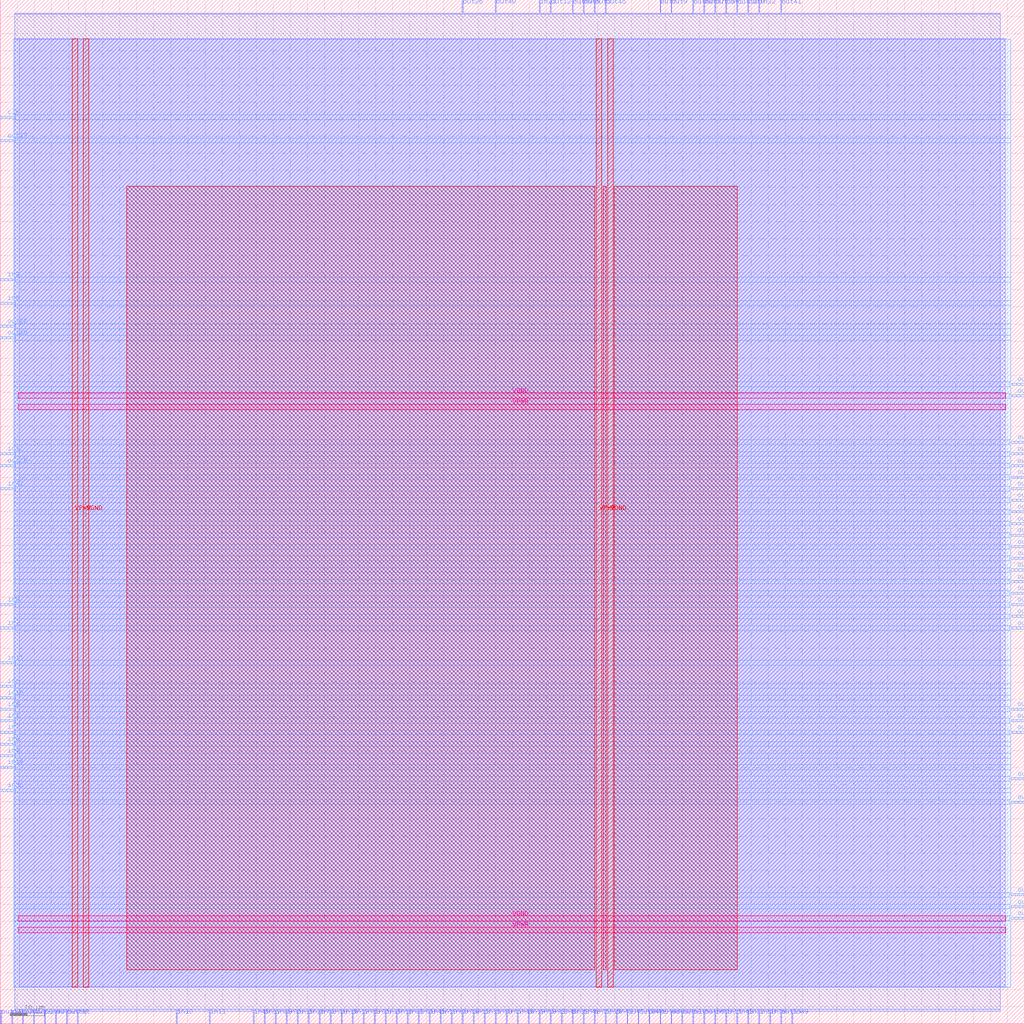
<source format=lef>
VERSION 5.7 ;
  NOWIREEXTENSIONATPIN ON ;
  DIVIDERCHAR "/" ;
  BUSBITCHARS "[]" ;
MACRO netlist_1
  CLASS BLOCK ;
  FOREIGN netlist_1 ;
  ORIGIN 0.000 0.000 ;
  SIZE 300.000 BY 300.000 ;
  PIN VGND
    DIRECTION INOUT ;
    USE GROUND ;
    PORT
      LAYER met4 ;
        RECT 24.340 10.640 25.940 288.560 ;
    END
    PORT
      LAYER met4 ;
        RECT 177.940 10.640 179.540 288.560 ;
    END
    PORT
      LAYER met5 ;
        RECT 5.280 30.030 294.640 31.630 ;
    END
    PORT
      LAYER met5 ;
        RECT 5.280 183.210 294.640 184.810 ;
    END
  END VGND
  PIN VPWR
    DIRECTION INOUT ;
    USE POWER ;
    PORT
      LAYER met4 ;
        RECT 21.040 10.640 22.640 288.560 ;
    END
    PORT
      LAYER met4 ;
        RECT 174.640 10.640 176.240 288.560 ;
    END
    PORT
      LAYER met5 ;
        RECT 5.280 26.730 294.640 28.330 ;
    END
    PORT
      LAYER met5 ;
        RECT 5.280 179.910 294.640 181.510 ;
    END
  END VPWR
  PIN clk
    DIRECTION INPUT ;
    USE SIGNAL ;
    ANTENNAGATEAREA 0.852000 ;
    ANTENNADIFFAREA 0.434700 ;
    PORT
      LAYER met3 ;
        RECT 0.000 265.240 4.000 265.840 ;
    END
  END clk
  PIN in0
    DIRECTION INPUT ;
    USE SIGNAL ;
    ANTENNAGATEAREA 0.196500 ;
    ANTENNADIFFAREA 0.434700 ;
    PORT
      LAYER met3 ;
        RECT 0.000 98.640 4.000 99.240 ;
    END
  END in0
  PIN in1
    DIRECTION INPUT ;
    USE SIGNAL ;
    ANTENNAGATEAREA 0.196500 ;
    ANTENNADIFFAREA 0.434700 ;
    PORT
      LAYER met3 ;
        RECT 0.000 88.440 4.000 89.040 ;
    END
  END in1
  PIN in10
    DIRECTION INPUT ;
    USE SIGNAL ;
    ANTENNAGATEAREA 0.426000 ;
    ANTENNADIFFAREA 0.434700 ;
    PORT
      LAYER met2 ;
        RECT 51.610 0.000 51.890 4.000 ;
    END
  END in10
  PIN in11
    DIRECTION INPUT ;
    USE SIGNAL ;
    ANTENNAGATEAREA 0.213000 ;
    ANTENNADIFFAREA 0.434700 ;
    PORT
      LAYER met2 ;
        RECT 61.270 0.000 61.550 4.000 ;
    END
  END in11
  PIN in12
    DIRECTION INPUT ;
    USE SIGNAL ;
    ANTENNAGATEAREA 0.126000 ;
    ANTENNADIFFAREA 0.434700 ;
    PORT
      LAYER met2 ;
        RECT 173.970 0.000 174.250 4.000 ;
    END
  END in12
  PIN in13
    DIRECTION INPUT ;
    USE SIGNAL ;
    ANTENNAGATEAREA 0.213000 ;
    ANTENNADIFFAREA 0.434700 ;
    PORT
      LAYER met3 ;
        RECT 0.000 166.640 4.000 167.240 ;
    END
  END in13
  PIN in14
    DIRECTION INPUT ;
    USE SIGNAL ;
    ANTENNAGATEAREA 0.213000 ;
    ANTENNADIFFAREA 0.434700 ;
    PORT
      LAYER met3 ;
        RECT 0.000 74.840 4.000 75.440 ;
    END
  END in14
  PIN in15
    DIRECTION INPUT ;
    USE SIGNAL ;
    ANTENNAGATEAREA 0.196500 ;
    ANTENNADIFFAREA 0.434700 ;
    PORT
      LAYER met3 ;
        RECT 0.000 105.440 4.000 106.040 ;
    END
  END in15
  PIN in16
    DIRECTION INPUT ;
    USE SIGNAL ;
    ANTENNAGATEAREA 0.196500 ;
    ANTENNADIFFAREA 0.434700 ;
    PORT
      LAYER met2 ;
        RECT 96.690 0.000 96.970 4.000 ;
    END
  END in16
  PIN in17
    DIRECTION INPUT ;
    USE SIGNAL ;
    ANTENNAGATEAREA 0.213000 ;
    ANTENNADIFFAREA 0.434700 ;
    PORT
      LAYER met2 ;
        RECT 103.130 0.000 103.410 4.000 ;
    END
  END in17
  PIN in18
    DIRECTION INPUT ;
    USE SIGNAL ;
    ANTENNAGATEAREA 0.196500 ;
    ANTENNADIFFAREA 0.434700 ;
    PORT
      LAYER met3 ;
        RECT 0.000 95.240 4.000 95.840 ;
    END
  END in18
  PIN in19
    DIRECTION INPUT ;
    USE SIGNAL ;
    ANTENNAGATEAREA 0.213000 ;
    ANTENNADIFFAREA 0.434700 ;
    PORT
      LAYER met2 ;
        RECT 225.490 0.000 225.770 4.000 ;
    END
  END in19
  PIN in2
    DIRECTION INPUT ;
    USE SIGNAL ;
    ANTENNAGATEAREA 0.247500 ;
    ANTENNADIFFAREA 0.434700 ;
    PORT
      LAYER met3 ;
        RECT 0.000 115.640 4.000 116.240 ;
    END
  END in2
  PIN in20
    DIRECTION INPUT ;
    USE SIGNAL ;
    ANTENNAGATEAREA 0.196500 ;
    ANTENNADIFFAREA 0.434700 ;
    PORT
      LAYER met2 ;
        RECT 112.790 0.000 113.070 4.000 ;
    END
  END in20
  PIN in21
    DIRECTION INPUT ;
    USE SIGNAL ;
    ANTENNAGATEAREA 0.213000 ;
    ANTENNADIFFAREA 0.434700 ;
    PORT
      LAYER met2 ;
        RECT 119.230 0.000 119.510 4.000 ;
    END
  END in21
  PIN in22
    DIRECTION INPUT ;
    USE SIGNAL ;
    ANTENNAGATEAREA 0.196500 ;
    ANTENNADIFFAREA 0.434700 ;
    PORT
      LAYER met2 ;
        RECT 167.530 0.000 167.810 4.000 ;
    END
  END in22
  PIN in23
    DIRECTION INPUT ;
    USE SIGNAL ;
    ANTENNAGATEAREA 0.247500 ;
    ANTENNADIFFAREA 0.434700 ;
    PORT
      LAYER met2 ;
        RECT 157.870 296.000 158.150 300.000 ;
    END
  END in23
  PIN in24
    DIRECTION INPUT ;
    USE SIGNAL ;
    ANTENNAGATEAREA 0.196500 ;
    ANTENNADIFFAREA 0.434700 ;
    PORT
      LAYER met2 ;
        RECT 177.190 0.000 177.470 4.000 ;
    END
  END in24
  PIN in25
    DIRECTION INPUT ;
    USE SIGNAL ;
    ANTENNAGATEAREA 0.159000 ;
    ANTENNADIFFAREA 0.434700 ;
    PORT
      LAYER met2 ;
        RECT 109.570 0.000 109.850 4.000 ;
    END
  END in25
  PIN in26
    DIRECTION INPUT ;
    USE SIGNAL ;
    ANTENNAGATEAREA 0.196500 ;
    ANTENNADIFFAREA 0.434700 ;
    PORT
      LAYER met2 ;
        RECT 90.250 0.000 90.530 4.000 ;
    END
  END in26
  PIN in27
    DIRECTION INPUT ;
    USE SIGNAL ;
    ANTENNAGATEAREA 0.247500 ;
    ANTENNADIFFAREA 0.434700 ;
    PORT
      LAYER met2 ;
        RECT 219.050 0.000 219.330 4.000 ;
    END
  END in27
  PIN in28
    DIRECTION INPUT ;
    USE SIGNAL ;
    ANTENNAGATEAREA 0.159000 ;
    ANTENNADIFFAREA 0.434700 ;
    PORT
      LAYER met2 ;
        RECT 122.450 0.000 122.730 4.000 ;
    END
  END in28
  PIN in29
    DIRECTION INPUT ;
    USE SIGNAL ;
    ANTENNAGATEAREA 0.213000 ;
    ANTENNADIFFAREA 0.434700 ;
    PORT
      LAYER met2 ;
        RECT 80.590 0.000 80.870 4.000 ;
    END
  END in29
  PIN in3
    DIRECTION INPUT ;
    USE SIGNAL ;
    ANTENNAGATEAREA 0.159000 ;
    ANTENNADIFFAREA 0.434700 ;
    PORT
      LAYER met3 ;
        RECT 0.000 217.640 4.000 218.240 ;
    END
  END in3
  PIN in30
    DIRECTION INPUT ;
    USE SIGNAL ;
    ANTENNAGATEAREA 0.126000 ;
    ANTENNADIFFAREA 0.434700 ;
    PORT
      LAYER met2 ;
        RECT 87.030 0.000 87.310 4.000 ;
    END
  END in30
  PIN in31
    DIRECTION INPUT ;
    USE SIGNAL ;
    ANTENNAGATEAREA 0.196500 ;
    ANTENNADIFFAREA 0.434700 ;
    PORT
      LAYER met2 ;
        RECT 141.770 0.000 142.050 4.000 ;
    END
  END in31
  PIN in32
    DIRECTION INPUT ;
    USE SIGNAL ;
    ANTENNAGATEAREA 0.247500 ;
    ANTENNADIFFAREA 0.434700 ;
    PORT
      LAYER met2 ;
        RECT 222.270 296.000 222.550 300.000 ;
    END
  END in32
  PIN in33
    DIRECTION INPUT ;
    USE SIGNAL ;
    ANTENNAGATEAREA 0.159000 ;
    ANTENNADIFFAREA 0.434700 ;
    PORT
      LAYER met2 ;
        RECT 106.350 0.000 106.630 4.000 ;
    END
  END in33
  PIN in34
    DIRECTION INPUT ;
    USE SIGNAL ;
    ANTENNAGATEAREA 0.213000 ;
    ANTENNADIFFAREA 0.434700 ;
    PORT
      LAYER met2 ;
        RECT 99.910 0.000 100.190 4.000 ;
    END
  END in34
  PIN in35
    DIRECTION INPUT ;
    USE SIGNAL ;
    ANTENNAGATEAREA 0.196500 ;
    ANTENNADIFFAREA 0.434700 ;
    PORT
      LAYER met2 ;
        RECT 83.810 0.000 84.090 4.000 ;
    END
  END in35
  PIN in36
    DIRECTION INPUT ;
    USE SIGNAL ;
    ANTENNAGATEAREA 0.196500 ;
    ANTENNADIFFAREA 0.434700 ;
    PORT
      LAYER met3 ;
        RECT 0.000 68.040 4.000 68.640 ;
    END
  END in36
  PIN in37
    DIRECTION INPUT ;
    USE SIGNAL ;
    ANTENNAGATEAREA 0.196500 ;
    ANTENNADIFFAREA 0.434700 ;
    PORT
      LAYER met2 ;
        RECT 77.370 0.000 77.650 4.000 ;
    END
  END in37
  PIN in38
    DIRECTION INPUT ;
    USE SIGNAL ;
    ANTENNAGATEAREA 0.196500 ;
    ANTENNADIFFAREA 0.434700 ;
    PORT
      LAYER met2 ;
        RECT 144.990 0.000 145.270 4.000 ;
    END
  END in38
  PIN in39
    DIRECTION INPUT ;
    USE SIGNAL ;
    ANTENNAGATEAREA 0.213000 ;
    ANTENNADIFFAREA 0.434700 ;
    PORT
      LAYER met2 ;
        RECT 154.650 0.000 154.930 4.000 ;
    END
  END in39
  PIN in4
    DIRECTION INPUT ;
    USE SIGNAL ;
    ANTENNAGATEAREA 0.196500 ;
    ANTENNADIFFAREA 0.434700 ;
    PORT
      LAYER met3 ;
        RECT 0.000 78.240 4.000 78.840 ;
    END
  END in4
  PIN in40
    DIRECTION INPUT ;
    USE SIGNAL ;
    ANTENNAGATEAREA 0.213000 ;
    ANTENNADIFFAREA 0.434700 ;
    PORT
      LAYER met2 ;
        RECT 74.150 0.000 74.430 4.000 ;
    END
  END in40
  PIN in41
    DIRECTION INPUT ;
    USE SIGNAL ;
    ANTENNAGATEAREA 0.196500 ;
    ANTENNADIFFAREA 0.434700 ;
    PORT
      LAYER met3 ;
        RECT 0.000 156.440 4.000 157.040 ;
    END
  END in41
  PIN in42
    DIRECTION INPUT ;
    USE SIGNAL ;
    ANTENNAGATEAREA 0.196500 ;
    ANTENNADIFFAREA 0.434700 ;
    PORT
      LAYER met2 ;
        RECT 180.410 0.000 180.690 4.000 ;
    END
  END in42
  PIN in43
    DIRECTION INPUT ;
    USE SIGNAL ;
    ANTENNAGATEAREA 0.247500 ;
    ANTENNADIFFAREA 0.434700 ;
    PORT
      LAYER met2 ;
        RECT 215.830 0.000 216.110 4.000 ;
    END
  END in43
  PIN in44
    DIRECTION INPUT ;
    USE SIGNAL ;
    ANTENNAGATEAREA 0.196500 ;
    ANTENNADIFFAREA 0.434700 ;
    PORT
      LAYER met2 ;
        RECT 151.430 0.000 151.710 4.000 ;
    END
  END in44
  PIN in45
    DIRECTION INPUT ;
    USE SIGNAL ;
    ANTENNAGATEAREA 0.196500 ;
    ANTENNADIFFAREA 0.434700 ;
    PORT
      LAYER met2 ;
        RECT 125.670 0.000 125.950 4.000 ;
    END
  END in45
  PIN in46
    DIRECTION INPUT ;
    USE SIGNAL ;
    ANTENNAGATEAREA 0.196500 ;
    ANTENNADIFFAREA 0.434700 ;
    PORT
      LAYER met2 ;
        RECT 190.070 0.000 190.350 4.000 ;
    END
  END in46
  PIN in47
    DIRECTION INPUT ;
    USE SIGNAL ;
    ANTENNAGATEAREA 0.213000 ;
    ANTENNADIFFAREA 0.434700 ;
    PORT
      LAYER met2 ;
        RECT 170.750 0.000 171.030 4.000 ;
    END
  END in47
  PIN in48
    DIRECTION INPUT ;
    USE SIGNAL ;
    ANTENNAGATEAREA 0.213000 ;
    ANTENNADIFFAREA 0.434700 ;
    PORT
      LAYER met2 ;
        RECT 164.310 0.000 164.590 4.000 ;
    END
  END in48
  PIN in49
    DIRECTION INPUT ;
    USE SIGNAL ;
    ANTENNAGATEAREA 0.196500 ;
    ANTENNADIFFAREA 0.434700 ;
    PORT
      LAYER met2 ;
        RECT 231.930 0.000 232.210 4.000 ;
    END
  END in49
  PIN in5
    DIRECTION INPUT ;
    USE SIGNAL ;
    ANTENNAGATEAREA 0.247500 ;
    ANTENNADIFFAREA 0.434700 ;
    PORT
      LAYER met3 ;
        RECT 0.000 210.840 4.000 211.440 ;
    END
  END in5
  PIN in50
    DIRECTION INPUT ;
    USE SIGNAL ;
    ANTENNAGATEAREA 0.159000 ;
    ANTENNADIFFAREA 0.434700 ;
    PORT
      LAYER met2 ;
        RECT 128.890 0.000 129.170 4.000 ;
    END
  END in50
  PIN in51
    DIRECTION INPUT ;
    USE SIGNAL ;
    ANTENNAGATEAREA 0.196500 ;
    ANTENNADIFFAREA 0.434700 ;
    PORT
      LAYER met2 ;
        RECT 212.610 0.000 212.890 4.000 ;
    END
  END in51
  PIN in52
    DIRECTION INPUT ;
    USE SIGNAL ;
    ANTENNAGATEAREA 0.196500 ;
    ANTENNADIFFAREA 0.434700 ;
    PORT
      LAYER met2 ;
        RECT 93.470 0.000 93.750 4.000 ;
    END
  END in52
  PIN in53
    DIRECTION INPUT ;
    USE SIGNAL ;
    ANTENNAGATEAREA 0.213000 ;
    ANTENNADIFFAREA 0.434700 ;
    PORT
      LAYER met2 ;
        RECT 138.550 0.000 138.830 4.000 ;
    END
  END in53
  PIN in54
    DIRECTION INPUT ;
    USE SIGNAL ;
    ANTENNAGATEAREA 0.126000 ;
    ANTENNADIFFAREA 0.434700 ;
    PORT
      LAYER met2 ;
        RECT 135.330 0.000 135.610 4.000 ;
    END
  END in54
  PIN in55
    DIRECTION INPUT ;
    USE SIGNAL ;
    ANTENNAGATEAREA 0.247500 ;
    ANTENNADIFFAREA 0.434700 ;
    PORT
      LAYER met2 ;
        RECT 209.390 0.000 209.670 4.000 ;
    END
  END in55
  PIN in56
    DIRECTION INPUT ;
    USE SIGNAL ;
    ANTENNAGATEAREA 0.196500 ;
    ANTENNADIFFAREA 0.434700 ;
    PORT
      LAYER met2 ;
        RECT 116.010 0.000 116.290 4.000 ;
    END
  END in56
  PIN in57
    DIRECTION INPUT ;
    USE SIGNAL ;
    ANTENNAGATEAREA 0.213000 ;
    ANTENNADIFFAREA 0.434700 ;
    PORT
      LAYER met2 ;
        RECT 148.210 0.000 148.490 4.000 ;
    END
  END in57
  PIN in58
    DIRECTION INPUT ;
    USE SIGNAL ;
    ANTENNAGATEAREA 0.213000 ;
    ANTENNADIFFAREA 0.434700 ;
    PORT
      LAYER met2 ;
        RECT 222.270 0.000 222.550 4.000 ;
    END
  END in58
  PIN in59
    DIRECTION INPUT ;
    USE SIGNAL ;
    ANTENNAGATEAREA 0.213000 ;
    ANTENNADIFFAREA 0.434700 ;
    PORT
      LAYER met2 ;
        RECT 157.870 0.000 158.150 4.000 ;
    END
  END in59
  PIN in6
    DIRECTION INPUT ;
    USE SIGNAL ;
    ANTENNAGATEAREA 0.196500 ;
    ANTENNADIFFAREA 0.434700 ;
    PORT
      LAYER met3 ;
        RECT 0.000 91.840 4.000 92.440 ;
    END
  END in6
  PIN in60
    DIRECTION INPUT ;
    USE SIGNAL ;
    ANTENNAGATEAREA 0.126000 ;
    ANTENNADIFFAREA 0.434700 ;
    PORT
      LAYER met2 ;
        RECT 132.110 0.000 132.390 4.000 ;
    END
  END in60
  PIN in61
    DIRECTION INPUT ;
    USE SIGNAL ;
    ANTENNAGATEAREA 0.196500 ;
    ANTENNADIFFAREA 0.434700 ;
    PORT
      LAYER met2 ;
        RECT 161.090 0.000 161.370 4.000 ;
    END
  END in61
  PIN in7
    DIRECTION INPUT ;
    USE SIGNAL ;
    ANTENNAGATEAREA 0.196500 ;
    ANTENNADIFFAREA 0.434700 ;
    PORT
      LAYER met3 ;
        RECT 0.000 85.040 4.000 85.640 ;
    END
  END in7
  PIN in8
    DIRECTION INPUT ;
    USE SIGNAL ;
    ANTENNAGATEAREA 0.196500 ;
    ANTENNADIFFAREA 0.434700 ;
    PORT
      LAYER met3 ;
        RECT 0.000 81.640 4.000 82.240 ;
    END
  END in8
  PIN in9
    DIRECTION INPUT ;
    USE SIGNAL ;
    ANTENNAGATEAREA 0.213000 ;
    ANTENNADIFFAREA 0.434700 ;
    PORT
      LAYER met3 ;
        RECT 0.000 122.440 4.000 123.040 ;
    END
  END in9
  PIN out0
    DIRECTION OUTPUT ;
    USE SIGNAL ;
    ANTENNADIFFAREA 0.795200 ;
    PORT
      LAYER met2 ;
        RECT 219.050 296.000 219.330 300.000 ;
    END
  END out0
  PIN out1
    DIRECTION OUTPUT ;
    USE SIGNAL ;
    ANTENNADIFFAREA 0.795200 ;
    PORT
      LAYER met2 ;
        RECT 212.610 296.000 212.890 300.000 ;
    END
  END out1
  PIN out10
    DIRECTION OUTPUT ;
    USE SIGNAL ;
    ANTENNADIFFAREA 0.445500 ;
    PORT
      LAYER met3 ;
        RECT 296.000 170.040 300.000 170.640 ;
    END
  END out10
  PIN out11
    DIRECTION OUTPUT ;
    USE SIGNAL ;
    ANTENNADIFFAREA 0.445500 ;
    PORT
      LAYER met3 ;
        RECT 296.000 139.440 300.000 140.040 ;
    END
  END out11
  PIN out12
    DIRECTION OUTPUT ;
    USE SIGNAL ;
    ANTENNADIFFAREA 0.795200 ;
    PORT
      LAYER met2 ;
        RECT 161.090 296.000 161.370 300.000 ;
    END
  END out12
  PIN out13
    DIRECTION OUTPUT ;
    USE SIGNAL ;
    ANTENNADIFFAREA 0.445500 ;
    PORT
      LAYER met2 ;
        RECT 228.710 0.000 228.990 4.000 ;
    END
  END out13
  PIN out14
    DIRECTION OUTPUT ;
    USE SIGNAL ;
    PORT
      LAYER met2 ;
        RECT 0.090 0.000 0.370 4.000 ;
    END
  END out14
  PIN out15
    DIRECTION OUTPUT ;
    USE SIGNAL ;
    ANTENNADIFFAREA 0.795200 ;
    PORT
      LAYER met2 ;
        RECT 209.390 296.000 209.670 300.000 ;
    END
  END out15
  PIN out16
    DIRECTION OUTPUT ;
    USE SIGNAL ;
    ANTENNADIFFAREA 0.340600 ;
    PORT
      LAYER met3 ;
        RECT 296.000 187.040 300.000 187.640 ;
    END
  END out16
  PIN out17
    DIRECTION OUTPUT ;
    USE SIGNAL ;
    ANTENNADIFFAREA 0.340600 ;
    PORT
      LAYER met2 ;
        RECT 183.630 0.000 183.910 4.000 ;
    END
  END out17
  PIN out18
    DIRECTION OUTPUT ;
    USE SIGNAL ;
    ANTENNADIFFAREA 0.795200 ;
    PORT
      LAYER met2 ;
        RECT 215.830 296.000 216.110 300.000 ;
    END
  END out18
  PIN out19
    DIRECTION OUTPUT ;
    USE SIGNAL ;
    ANTENNADIFFAREA 0.445500 ;
    PORT
      LAYER met3 ;
        RECT 0.000 258.440 4.000 259.040 ;
    END
  END out19
  PIN out2
    DIRECTION OUTPUT ;
    USE SIGNAL ;
    ANTENNADIFFAREA 0.445500 ;
    PORT
      LAYER met3 ;
        RECT 296.000 163.240 300.000 163.840 ;
    END
  END out2
  PIN out20
    DIRECTION OUTPUT ;
    USE SIGNAL ;
    ANTENNADIFFAREA 0.445500 ;
    PORT
      LAYER met3 ;
        RECT 0.000 200.640 4.000 201.240 ;
    END
  END out20
  PIN out21
    DIRECTION OUTPUT ;
    USE SIGNAL ;
    ANTENNADIFFAREA 0.340600 ;
    PORT
      LAYER met3 ;
        RECT 296.000 149.640 300.000 150.240 ;
    END
  END out21
  PIN out22
    DIRECTION OUTPUT ;
    USE SIGNAL ;
    ANTENNADIFFAREA 0.445500 ;
    PORT
      LAYER met3 ;
        RECT 0.000 204.040 4.000 204.640 ;
    END
  END out22
  PIN out23
    DIRECTION OUTPUT ;
    USE SIGNAL ;
    PORT
      LAYER met2 ;
        RECT 3.310 0.000 3.590 4.000 ;
    END
  END out23
  PIN out24
    DIRECTION OUTPUT ;
    USE SIGNAL ;
    ANTENNADIFFAREA 0.340600 ;
    PORT
      LAYER met3 ;
        RECT 296.000 64.640 300.000 65.240 ;
    END
  END out24
  PIN out25
    DIRECTION OUTPUT ;
    USE SIGNAL ;
    ANTENNADIFFAREA 0.445500 ;
    PORT
      LAYER met3 ;
        RECT 296.000 119.040 300.000 119.640 ;
    END
  END out25
  PIN out26
    DIRECTION OUTPUT ;
    USE SIGNAL ;
    ANTENNADIFFAREA 0.795200 ;
    PORT
      LAYER met2 ;
        RECT 135.330 296.000 135.610 300.000 ;
    END
  END out26
  PIN out27
    DIRECTION OUTPUT ;
    USE SIGNAL ;
    PORT
      LAYER met2 ;
        RECT 6.530 0.000 6.810 4.000 ;
    END
  END out27
  PIN out28
    DIRECTION OUTPUT ;
    USE SIGNAL ;
    ANTENNADIFFAREA 0.340600 ;
    PORT
      LAYER met3 ;
        RECT 296.000 153.040 300.000 153.640 ;
    END
  END out28
  PIN out29
    DIRECTION OUTPUT ;
    USE SIGNAL ;
    ANTENNADIFFAREA 0.340600 ;
    PORT
      LAYER met3 ;
        RECT 296.000 183.640 300.000 184.240 ;
    END
  END out29
  PIN out3
    DIRECTION OUTPUT ;
    USE SIGNAL ;
    ANTENNADIFFAREA 0.795200 ;
    PORT
      LAYER met2 ;
        RECT 173.970 296.000 174.250 300.000 ;
    END
  END out3
  PIN out30
    DIRECTION OUTPUT ;
    USE SIGNAL ;
    ANTENNADIFFAREA 0.445500 ;
    PORT
      LAYER met3 ;
        RECT 296.000 142.840 300.000 143.440 ;
    END
  END out30
  PIN out31
    DIRECTION OUTPUT ;
    USE SIGNAL ;
    ANTENNADIFFAREA 0.445500 ;
    PORT
      LAYER met3 ;
        RECT 296.000 30.640 300.000 31.240 ;
    END
  END out31
  PIN out32
    DIRECTION OUTPUT ;
    USE SIGNAL ;
    ANTENNADIFFAREA 0.445500 ;
    PORT
      LAYER met3 ;
        RECT 296.000 34.040 300.000 34.640 ;
    END
  END out32
  PIN out33
    DIRECTION OUTPUT ;
    USE SIGNAL ;
    PORT
      LAYER met2 ;
        RECT 9.750 0.000 10.030 4.000 ;
    END
  END out33
  PIN out34
    DIRECTION OUTPUT ;
    USE SIGNAL ;
    ANTENNADIFFAREA 0.340600 ;
    PORT
      LAYER met3 ;
        RECT 296.000 125.840 300.000 126.440 ;
    END
  END out34
  PIN out35
    DIRECTION OUTPUT ;
    USE SIGNAL ;
    ANTENNADIFFAREA 0.445500 ;
    PORT
      LAYER met3 ;
        RECT 0.000 163.240 4.000 163.840 ;
    END
  END out35
  PIN out36
    DIRECTION OUTPUT ;
    USE SIGNAL ;
    ANTENNADIFFAREA 0.340600 ;
    PORT
      LAYER met3 ;
        RECT 296.000 166.640 300.000 167.240 ;
    END
  END out36
  PIN out37
    DIRECTION OUTPUT ;
    USE SIGNAL ;
    ANTENNADIFFAREA 0.795200 ;
    PORT
      LAYER met2 ;
        RECT 206.170 296.000 206.450 300.000 ;
    END
  END out37
  PIN out38
    DIRECTION OUTPUT ;
    USE SIGNAL ;
    ANTENNADIFFAREA 0.340600 ;
    PORT
      LAYER met3 ;
        RECT 296.000 129.240 300.000 129.840 ;
    END
  END out38
  PIN out39
    DIRECTION OUTPUT ;
    USE SIGNAL ;
    ANTENNADIFFAREA 0.445500 ;
    PORT
      LAYER met3 ;
        RECT 296.000 115.640 300.000 116.240 ;
    END
  END out39
  PIN out4
    DIRECTION OUTPUT ;
    USE SIGNAL ;
    ANTENNADIFFAREA 0.445500 ;
    PORT
      LAYER met3 ;
        RECT 296.000 146.240 300.000 146.840 ;
    END
  END out4
  PIN out40
    DIRECTION OUTPUT ;
    USE SIGNAL ;
    ANTENNADIFFAREA 0.340600 ;
    PORT
      LAYER met2 ;
        RECT 144.990 296.000 145.270 300.000 ;
    END
  END out40
  PIN out41
    DIRECTION OUTPUT ;
    USE SIGNAL ;
    ANTENNADIFFAREA 0.795200 ;
    PORT
      LAYER met2 ;
        RECT 228.710 296.000 228.990 300.000 ;
    END
  END out41
  PIN out42
    DIRECTION OUTPUT ;
    USE SIGNAL ;
    ANTENNADIFFAREA 0.445500 ;
    PORT
      LAYER met3 ;
        RECT 296.000 71.440 300.000 72.040 ;
    END
  END out42
  PIN out43
    DIRECTION OUTPUT ;
    USE SIGNAL ;
    ANTENNADIFFAREA 0.340600 ;
    PORT
      LAYER met3 ;
        RECT 296.000 85.040 300.000 85.640 ;
    END
  END out43
  PIN out44
    DIRECTION OUTPUT ;
    USE SIGNAL ;
    ANTENNADIFFAREA 0.340600 ;
    PORT
      LAYER met2 ;
        RECT 186.850 0.000 187.130 4.000 ;
    END
  END out44
  PIN out45
    DIRECTION OUTPUT ;
    USE SIGNAL ;
    ANTENNADIFFAREA 0.795200 ;
    PORT
      LAYER met2 ;
        RECT 177.190 296.000 177.470 300.000 ;
    END
  END out45
  PIN out46
    DIRECTION OUTPUT ;
    USE SIGNAL ;
    ANTENNADIFFAREA 0.445500 ;
    PORT
      LAYER met2 ;
        RECT 193.290 0.000 193.570 4.000 ;
    END
  END out46
  PIN out47
    DIRECTION OUTPUT ;
    USE SIGNAL ;
    ANTENNADIFFAREA 0.383400 ;
    PORT
      LAYER met3 ;
        RECT 296.000 122.440 300.000 123.040 ;
    END
  END out47
  PIN out48
    DIRECTION OUTPUT ;
    USE SIGNAL ;
    PORT
      LAYER met2 ;
        RECT 12.970 0.000 13.250 4.000 ;
    END
  END out48
  PIN out49
    DIRECTION OUTPUT ;
    USE SIGNAL ;
    ANTENNADIFFAREA 0.445500 ;
    PORT
      LAYER met3 ;
        RECT 296.000 37.440 300.000 38.040 ;
    END
  END out49
  PIN out5
    DIRECTION OUTPUT ;
    USE SIGNAL ;
    ANTENNADIFFAREA 0.795200 ;
    PORT
      LAYER met2 ;
        RECT 170.750 296.000 171.030 300.000 ;
    END
  END out5
  PIN out50
    DIRECTION OUTPUT ;
    USE SIGNAL ;
    ANTENNADIFFAREA 0.445500 ;
    PORT
      LAYER met2 ;
        RECT 196.510 0.000 196.790 4.000 ;
    END
  END out50
  PIN out51
    DIRECTION OUTPUT ;
    USE SIGNAL ;
    ANTENNADIFFAREA 0.445500 ;
    PORT
      LAYER met2 ;
        RECT 199.730 0.000 200.010 4.000 ;
    END
  END out51
  PIN out52
    DIRECTION OUTPUT ;
    USE SIGNAL ;
    PORT
      LAYER met2 ;
        RECT 16.190 0.000 16.470 4.000 ;
    END
  END out52
  PIN out53
    DIRECTION OUTPUT ;
    USE SIGNAL ;
    ANTENNADIFFAREA 0.445500 ;
    PORT
      LAYER met3 ;
        RECT 296.000 132.640 300.000 133.240 ;
    END
  END out53
  PIN out54
    DIRECTION OUTPUT ;
    USE SIGNAL ;
    ANTENNADIFFAREA 0.445500 ;
    PORT
      LAYER met3 ;
        RECT 296.000 156.440 300.000 157.040 ;
    END
  END out54
  PIN out55
    DIRECTION OUTPUT ;
    USE SIGNAL ;
    ANTENNADIFFAREA 0.445500 ;
    PORT
      LAYER met2 ;
        RECT 202.950 0.000 203.230 4.000 ;
    END
  END out55
  PIN out56
    DIRECTION OUTPUT ;
    USE SIGNAL ;
    ANTENNADIFFAREA 0.445500 ;
    PORT
      LAYER met2 ;
        RECT 206.170 0.000 206.450 4.000 ;
    END
  END out56
  PIN out57
    DIRECTION OUTPUT ;
    USE SIGNAL ;
    ANTENNADIFFAREA 0.340600 ;
    PORT
      LAYER met3 ;
        RECT 296.000 88.440 300.000 89.040 ;
    END
  END out57
  PIN out58
    DIRECTION OUTPUT ;
    USE SIGNAL ;
    PORT
      LAYER met2 ;
        RECT 19.410 0.000 19.690 4.000 ;
    END
  END out58
  PIN out59
    DIRECTION OUTPUT ;
    USE SIGNAL ;
    ANTENNADIFFAREA 0.795200 ;
    PORT
      LAYER met2 ;
        RECT 167.530 296.000 167.810 300.000 ;
    END
  END out59
  PIN out6
    DIRECTION OUTPUT ;
    USE SIGNAL ;
    ANTENNADIFFAREA 0.445500 ;
    PORT
      LAYER met3 ;
        RECT 296.000 159.840 300.000 160.440 ;
    END
  END out6
  PIN out60
    DIRECTION OUTPUT ;
    USE SIGNAL ;
    ANTENNADIFFAREA 0.795200 ;
    PORT
      LAYER met2 ;
        RECT 202.950 296.000 203.230 300.000 ;
    END
  END out60
  PIN out61
    DIRECTION OUTPUT ;
    USE SIGNAL ;
    ANTENNADIFFAREA 0.340600 ;
    PORT
      LAYER met3 ;
        RECT 296.000 136.040 300.000 136.640 ;
    END
  END out61
  PIN out7
    DIRECTION OUTPUT ;
    USE SIGNAL ;
    ANTENNADIFFAREA 0.795200 ;
    PORT
      LAYER met2 ;
        RECT 193.290 296.000 193.570 300.000 ;
    END
  END out7
  PIN out8
    DIRECTION OUTPUT ;
    USE SIGNAL ;
    ANTENNADIFFAREA 0.340600 ;
    PORT
      LAYER met3 ;
        RECT 296.000 91.840 300.000 92.440 ;
    END
  END out8
  PIN out9
    DIRECTION OUTPUT ;
    USE SIGNAL ;
    ANTENNADIFFAREA 0.340600 ;
    PORT
      LAYER met2 ;
        RECT 196.510 296.000 196.790 300.000 ;
    END
  END out9
  PIN rst
    DIRECTION INPUT ;
    USE SIGNAL ;
    PORT
      LAYER met2 ;
        RECT 22.630 0.000 22.910 4.000 ;
    END
  END rst
  OBS
      LAYER li1 ;
        RECT 5.520 10.795 294.400 288.405 ;
      LAYER met1 ;
        RECT 4.210 10.640 294.400 288.560 ;
      LAYER met2 ;
        RECT 4.230 295.720 135.050 296.000 ;
        RECT 135.890 295.720 144.710 296.000 ;
        RECT 145.550 295.720 157.590 296.000 ;
        RECT 158.430 295.720 160.810 296.000 ;
        RECT 161.650 295.720 167.250 296.000 ;
        RECT 168.090 295.720 170.470 296.000 ;
        RECT 171.310 295.720 173.690 296.000 ;
        RECT 174.530 295.720 176.910 296.000 ;
        RECT 177.750 295.720 193.010 296.000 ;
        RECT 193.850 295.720 196.230 296.000 ;
        RECT 197.070 295.720 202.670 296.000 ;
        RECT 203.510 295.720 205.890 296.000 ;
        RECT 206.730 295.720 209.110 296.000 ;
        RECT 209.950 295.720 212.330 296.000 ;
        RECT 213.170 295.720 215.550 296.000 ;
        RECT 216.390 295.720 218.770 296.000 ;
        RECT 219.610 295.720 221.990 296.000 ;
        RECT 222.830 295.720 228.430 296.000 ;
        RECT 229.270 295.720 292.930 296.000 ;
        RECT 4.230 4.280 292.930 295.720 ;
        RECT 4.230 3.670 6.250 4.280 ;
        RECT 7.090 3.670 9.470 4.280 ;
        RECT 10.310 3.670 12.690 4.280 ;
        RECT 13.530 3.670 15.910 4.280 ;
        RECT 16.750 3.670 19.130 4.280 ;
        RECT 19.970 3.670 22.350 4.280 ;
        RECT 23.190 3.670 51.330 4.280 ;
        RECT 52.170 3.670 60.990 4.280 ;
        RECT 61.830 3.670 73.870 4.280 ;
        RECT 74.710 3.670 77.090 4.280 ;
        RECT 77.930 3.670 80.310 4.280 ;
        RECT 81.150 3.670 83.530 4.280 ;
        RECT 84.370 3.670 86.750 4.280 ;
        RECT 87.590 3.670 89.970 4.280 ;
        RECT 90.810 3.670 93.190 4.280 ;
        RECT 94.030 3.670 96.410 4.280 ;
        RECT 97.250 3.670 99.630 4.280 ;
        RECT 100.470 3.670 102.850 4.280 ;
        RECT 103.690 3.670 106.070 4.280 ;
        RECT 106.910 3.670 109.290 4.280 ;
        RECT 110.130 3.670 112.510 4.280 ;
        RECT 113.350 3.670 115.730 4.280 ;
        RECT 116.570 3.670 118.950 4.280 ;
        RECT 119.790 3.670 122.170 4.280 ;
        RECT 123.010 3.670 125.390 4.280 ;
        RECT 126.230 3.670 128.610 4.280 ;
        RECT 129.450 3.670 131.830 4.280 ;
        RECT 132.670 3.670 135.050 4.280 ;
        RECT 135.890 3.670 138.270 4.280 ;
        RECT 139.110 3.670 141.490 4.280 ;
        RECT 142.330 3.670 144.710 4.280 ;
        RECT 145.550 3.670 147.930 4.280 ;
        RECT 148.770 3.670 151.150 4.280 ;
        RECT 151.990 3.670 154.370 4.280 ;
        RECT 155.210 3.670 157.590 4.280 ;
        RECT 158.430 3.670 160.810 4.280 ;
        RECT 161.650 3.670 164.030 4.280 ;
        RECT 164.870 3.670 167.250 4.280 ;
        RECT 168.090 3.670 170.470 4.280 ;
        RECT 171.310 3.670 173.690 4.280 ;
        RECT 174.530 3.670 176.910 4.280 ;
        RECT 177.750 3.670 180.130 4.280 ;
        RECT 180.970 3.670 183.350 4.280 ;
        RECT 184.190 3.670 186.570 4.280 ;
        RECT 187.410 3.670 189.790 4.280 ;
        RECT 190.630 3.670 193.010 4.280 ;
        RECT 193.850 3.670 196.230 4.280 ;
        RECT 197.070 3.670 199.450 4.280 ;
        RECT 200.290 3.670 202.670 4.280 ;
        RECT 203.510 3.670 205.890 4.280 ;
        RECT 206.730 3.670 209.110 4.280 ;
        RECT 209.950 3.670 212.330 4.280 ;
        RECT 213.170 3.670 215.550 4.280 ;
        RECT 216.390 3.670 218.770 4.280 ;
        RECT 219.610 3.670 221.990 4.280 ;
        RECT 222.830 3.670 225.210 4.280 ;
        RECT 226.050 3.670 228.430 4.280 ;
        RECT 229.270 3.670 231.650 4.280 ;
        RECT 232.490 3.670 292.930 4.280 ;
      LAYER met3 ;
        RECT 3.990 266.240 296.000 288.485 ;
        RECT 4.400 264.840 296.000 266.240 ;
        RECT 3.990 259.440 296.000 264.840 ;
        RECT 4.400 258.040 296.000 259.440 ;
        RECT 3.990 218.640 296.000 258.040 ;
        RECT 4.400 217.240 296.000 218.640 ;
        RECT 3.990 211.840 296.000 217.240 ;
        RECT 4.400 210.440 296.000 211.840 ;
        RECT 3.990 205.040 296.000 210.440 ;
        RECT 4.400 203.640 296.000 205.040 ;
        RECT 3.990 201.640 296.000 203.640 ;
        RECT 4.400 200.240 296.000 201.640 ;
        RECT 3.990 188.040 296.000 200.240 ;
        RECT 3.990 186.640 295.600 188.040 ;
        RECT 3.990 184.640 296.000 186.640 ;
        RECT 3.990 183.240 295.600 184.640 ;
        RECT 3.990 171.040 296.000 183.240 ;
        RECT 3.990 169.640 295.600 171.040 ;
        RECT 3.990 167.640 296.000 169.640 ;
        RECT 4.400 166.240 295.600 167.640 ;
        RECT 3.990 164.240 296.000 166.240 ;
        RECT 4.400 162.840 295.600 164.240 ;
        RECT 3.990 160.840 296.000 162.840 ;
        RECT 3.990 159.440 295.600 160.840 ;
        RECT 3.990 157.440 296.000 159.440 ;
        RECT 4.400 156.040 295.600 157.440 ;
        RECT 3.990 154.040 296.000 156.040 ;
        RECT 3.990 152.640 295.600 154.040 ;
        RECT 3.990 150.640 296.000 152.640 ;
        RECT 3.990 149.240 295.600 150.640 ;
        RECT 3.990 147.240 296.000 149.240 ;
        RECT 3.990 145.840 295.600 147.240 ;
        RECT 3.990 143.840 296.000 145.840 ;
        RECT 3.990 142.440 295.600 143.840 ;
        RECT 3.990 140.440 296.000 142.440 ;
        RECT 3.990 139.040 295.600 140.440 ;
        RECT 3.990 137.040 296.000 139.040 ;
        RECT 3.990 135.640 295.600 137.040 ;
        RECT 3.990 133.640 296.000 135.640 ;
        RECT 3.990 132.240 295.600 133.640 ;
        RECT 3.990 130.240 296.000 132.240 ;
        RECT 3.990 128.840 295.600 130.240 ;
        RECT 3.990 126.840 296.000 128.840 ;
        RECT 3.990 125.440 295.600 126.840 ;
        RECT 3.990 123.440 296.000 125.440 ;
        RECT 4.400 122.040 295.600 123.440 ;
        RECT 3.990 120.040 296.000 122.040 ;
        RECT 3.990 118.640 295.600 120.040 ;
        RECT 3.990 116.640 296.000 118.640 ;
        RECT 4.400 115.240 295.600 116.640 ;
        RECT 3.990 106.440 296.000 115.240 ;
        RECT 4.400 105.040 296.000 106.440 ;
        RECT 3.990 99.640 296.000 105.040 ;
        RECT 4.400 98.240 296.000 99.640 ;
        RECT 3.990 96.240 296.000 98.240 ;
        RECT 4.400 94.840 296.000 96.240 ;
        RECT 3.990 92.840 296.000 94.840 ;
        RECT 4.400 91.440 295.600 92.840 ;
        RECT 3.990 89.440 296.000 91.440 ;
        RECT 4.400 88.040 295.600 89.440 ;
        RECT 3.990 86.040 296.000 88.040 ;
        RECT 4.400 84.640 295.600 86.040 ;
        RECT 3.990 82.640 296.000 84.640 ;
        RECT 4.400 81.240 296.000 82.640 ;
        RECT 3.990 79.240 296.000 81.240 ;
        RECT 4.400 77.840 296.000 79.240 ;
        RECT 3.990 75.840 296.000 77.840 ;
        RECT 4.400 74.440 296.000 75.840 ;
        RECT 3.990 72.440 296.000 74.440 ;
        RECT 3.990 71.040 295.600 72.440 ;
        RECT 3.990 69.040 296.000 71.040 ;
        RECT 4.400 67.640 296.000 69.040 ;
        RECT 3.990 65.640 296.000 67.640 ;
        RECT 3.990 64.240 295.600 65.640 ;
        RECT 3.990 38.440 296.000 64.240 ;
        RECT 3.990 37.040 295.600 38.440 ;
        RECT 3.990 35.040 296.000 37.040 ;
        RECT 3.990 33.640 295.600 35.040 ;
        RECT 3.990 31.640 296.000 33.640 ;
        RECT 3.990 30.240 295.600 31.640 ;
        RECT 3.990 10.715 296.000 30.240 ;
      LAYER met4 ;
        RECT 37.095 15.815 174.240 245.305 ;
        RECT 176.640 15.815 177.540 245.305 ;
        RECT 179.940 15.815 215.905 245.305 ;
  END
END netlist_1
END LIBRARY


</source>
